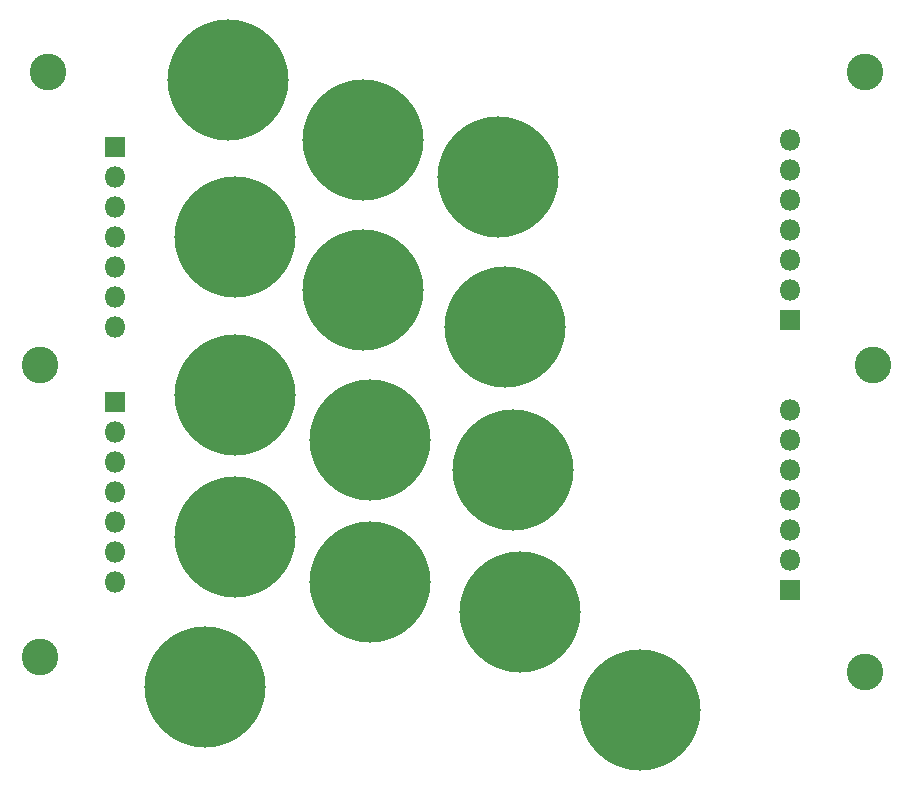
<source format=gbr>
%TF.GenerationSoftware,KiCad,Pcbnew,(5.1.6)-1*%
%TF.CreationDate,2020-11-13T18:32:28-06:00*%
%TF.ProjectId,BPS_Scrutineering,4250535f-5363-4727-9574-696e65657269,rev?*%
%TF.SameCoordinates,Original*%
%TF.FileFunction,Soldermask,Bot*%
%TF.FilePolarity,Negative*%
%FSLAX46Y46*%
G04 Gerber Fmt 4.6, Leading zero omitted, Abs format (unit mm)*
G04 Created by KiCad (PCBNEW (5.1.6)-1) date 2020-11-13 18:32:28*
%MOMM*%
%LPD*%
G01*
G04 APERTURE LIST*
%ADD10C,10.260000*%
%ADD11C,3.100000*%
%ADD12O,1.800000X1.800000*%
%ADD13R,1.800000X1.800000*%
G04 APERTURE END LIST*
D10*
%TO.C,J14*%
X134620000Y-108585000D03*
%TD*%
%TO.C,J13*%
X97790000Y-106680000D03*
%TD*%
%TO.C,J12*%
X124460000Y-100330000D03*
%TD*%
%TO.C,J11*%
X111760000Y-97790000D03*
%TD*%
%TO.C,J10*%
X100330000Y-93980000D03*
%TD*%
%TO.C,J9*%
X123825000Y-88265000D03*
%TD*%
%TO.C,J8*%
X111760000Y-85725000D03*
%TD*%
%TO.C,J7*%
X100330000Y-81915000D03*
%TD*%
%TO.C,J6*%
X123190000Y-76200000D03*
%TD*%
%TO.C,J5*%
X111125000Y-73025000D03*
%TD*%
%TO.C,J4*%
X100330000Y-68580000D03*
%TD*%
%TO.C,J3*%
X122555000Y-63500000D03*
%TD*%
%TO.C,J2*%
X111125000Y-60325000D03*
%TD*%
%TO.C,J1*%
X99695000Y-55245000D03*
%TD*%
D11*
%TO.C,H6*%
X83820000Y-104140000D03*
%TD*%
%TO.C,H5*%
X153670000Y-54610000D03*
%TD*%
%TO.C,H4*%
X154305000Y-79375000D03*
%TD*%
%TO.C,H3*%
X153670000Y-105410000D03*
%TD*%
%TO.C,H2*%
X83820000Y-79375000D03*
%TD*%
%TO.C,H1*%
X84455000Y-54610000D03*
%TD*%
D12*
%TO.C,JC4*%
X90170000Y-97790000D03*
X90170000Y-95250000D03*
X90170000Y-92710000D03*
X90170000Y-90170000D03*
X90170000Y-87630000D03*
X90170000Y-85090000D03*
D13*
X90170000Y-82550000D03*
%TD*%
D12*
%TO.C,JC3*%
X147320000Y-83185000D03*
X147320000Y-85725000D03*
X147320000Y-88265000D03*
X147320000Y-90805000D03*
X147320000Y-93345000D03*
X147320000Y-95885000D03*
D13*
X147320000Y-98425000D03*
%TD*%
D12*
%TO.C,JC2*%
X147320000Y-60325000D03*
X147320000Y-62865000D03*
X147320000Y-65405000D03*
X147320000Y-67945000D03*
X147320000Y-70485000D03*
X147320000Y-73025000D03*
D13*
X147320000Y-75565000D03*
%TD*%
D12*
%TO.C,JC1*%
X90170000Y-76200000D03*
X90170000Y-73660000D03*
X90170000Y-71120000D03*
X90170000Y-68580000D03*
X90170000Y-66040000D03*
X90170000Y-63500000D03*
D13*
X90170000Y-60960000D03*
%TD*%
M02*

</source>
